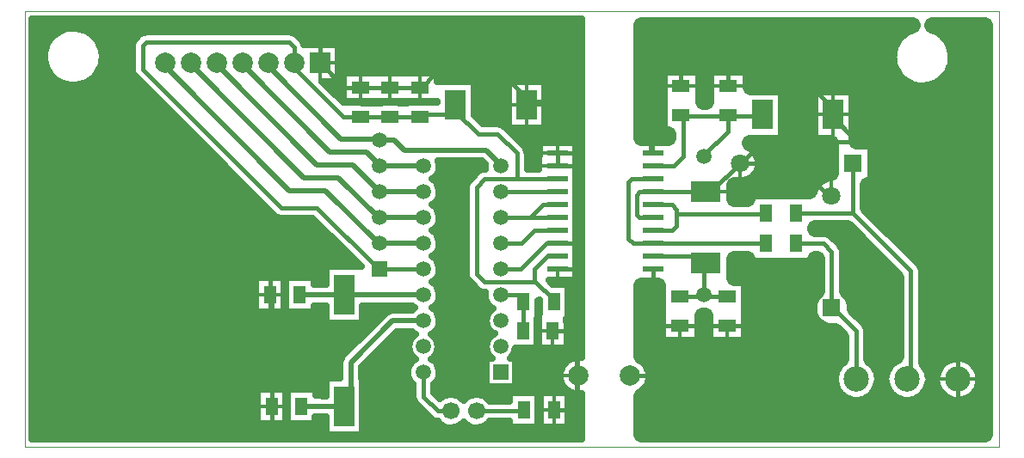
<source format=gbr>
G04 DipTrace 3.0.0.1*
G04 Íèæíèé.gbr*
%MOMM*%
G04 #@! TF.FileFunction,Copper,L2,Bot*
G04 #@! TF.Part,Single*
G04 #@! TA.AperFunction,Conductor*
%ADD13C,0.5*%
%ADD14C,0.4*%
G04 #@! TA.AperFunction,CopperBalancing*
%ADD15C,0.635*%
%ADD16C,0.33*%
%ADD17C,1.6*%
G04 #@! TA.AperFunction,Nonconductor*
%ADD18C,0.1*%
%ADD19R,1.2X1.8*%
%ADD20R,2.0X3.0*%
%ADD21R,1.8X1.2*%
G04 #@! TA.AperFunction,ComponentPad*
%ADD22C,2.0*%
%ADD23R,3.0X2.0*%
G04 #@! TA.AperFunction,ComponentPad*
%ADD24R,1.8X1.8*%
%ADD25C,1.8*%
%ADD26R,2.0X4.0*%
G04 #@! TA.AperFunction,ComponentPad*
%ADD27R,1.52X1.52*%
%ADD28C,1.52*%
%ADD29R,1.5X1.5*%
%ADD30C,1.5*%
%ADD31R,2.0X0.6*%
G04 #@! TA.AperFunction,ComponentPad*
%ADD32C,1.7*%
%ADD33C,2.5*%
%ADD34R,2.0X2.0*%
%ADD35C,2.0*%
%ADD36C,1.5*%
%FSLAX35Y35*%
G04*
G71*
G90*
G75*
G01*
G04 Bottom*
%LPD*%
X4930010Y2238250D2*
D13*
X4628383D1*
X4215633Y1825500D1*
Y1392250D1*
X4152133D1*
X3727760Y1396870D2*
X4147513D1*
X4152133Y1392250D1*
X4930010Y2492250D2*
X4501383D1*
X4152133D1*
X3711883D2*
X4152133D1*
X5914260Y2428750D2*
D14*
Y2460500D1*
X5882510Y2492250D1*
X5692010D1*
X5910010Y2143000D2*
Y2424500D1*
X5914260Y2428750D1*
X5199963Y1349343D2*
X5073193D1*
X4930010Y1492527D1*
Y1730250D1*
X7187637Y2873250D2*
X7643133D1*
X7708133Y2808250D1*
X7454200Y2480630D2*
X7648953D1*
X7692293Y2523970D1*
Y2792410D1*
X7708133Y2808250D1*
X7914500Y2480630D2*
X7454200D1*
X7464200Y4265770D2*
Y4254163D1*
X7924500D1*
Y4265770D1*
X7187637Y3762250D2*
X7390860D1*
X7485940Y3857330D1*
Y4244030D1*
X7464200Y4265770D1*
X7924500D2*
Y4105410D1*
X7692293Y3873203D1*
Y3857330D1*
X7692300Y2492223D2*
X7692293Y2523970D1*
X7924500Y4254163D2*
X8216113D1*
X8231987Y4270037D1*
X8262160D1*
X7708133Y3508250D2*
X7187637D1*
X10184633Y1666750D2*
Y3142803D1*
X9327247Y4000190D1*
X9200260D1*
X8263573D1*
X8057380Y3793997D1*
X8597137D1*
X8920883Y3470250D1*
X8946383D1*
X8597133Y3793997D2*
X8047760D1*
X8041507D1*
X7755760Y3508250D1*
X7708133D1*
X7187637Y3254250D2*
X7057253D1*
X7025613Y3285890D1*
Y3476370D1*
X7057493Y3508250D1*
X7187637D1*
X7914500Y2190630D2*
X7454200D1*
X10184633Y1666750D2*
Y1444810D1*
X10073293Y1333470D1*
X8946287D1*
X8803427Y1476330D1*
Y1698557D1*
Y1984277D1*
X8597073Y2190630D1*
X7914500D1*
X7187637Y2746250D2*
Y2190630D1*
X7454200D1*
X7464200Y4555770D2*
Y4698617D1*
X7924500D1*
Y4555770D1*
X7464200Y4698617D2*
X7168473D1*
Y3908413D1*
X7187637Y3889250D1*
X7924500Y4698617D2*
X8597073D1*
X8962160Y4333530D1*
Y4270037D1*
X8930413D1*
X9200260Y4000190D1*
X8962160Y4270037D2*
D3*
X6962090Y1698557D2*
X8803427D1*
X7187637Y3000250D2*
X8297133D1*
Y3000247D1*
X7187637Y3635250D2*
X6978140D1*
X6946247Y3603357D1*
Y3047790D1*
X6993867Y3000170D1*
X7187557D1*
X7187637Y3000250D1*
Y3381250D2*
X7374757D1*
X7422383Y3333623D1*
Y3295580D1*
Y3174873D1*
X7374760Y3127250D1*
X7187637D1*
X7422383Y3295580D2*
X8290837D1*
X8297133Y3301877D1*
X8597133D2*
X9152527D1*
X9724260Y2730143D1*
Y1666763D1*
X9684670D1*
X9152760Y3793997D2*
X9152527Y3301877D1*
X8597133Y3000247D2*
X8866843D1*
X8946287Y2920803D1*
Y2365350D1*
X8962260Y2349377D1*
X8978130D1*
X9184670Y2142837D1*
Y1666763D1*
X8946383Y2365250D2*
X8946287Y2365350D1*
X6247637Y3254250D2*
X5977760D1*
X5959043D1*
X5692010D1*
X5977760D2*
X6104760Y3381250D1*
X6247637D1*
Y3127250D2*
X6025387D1*
X5898387Y3000250D1*
X5692010D1*
X6247637Y3508250D2*
X5692010D1*
X4930010Y2746250D2*
X4501383D1*
Y2746243D1*
X4898257Y4250120D2*
Y4270250D1*
X5247510D1*
Y4333747D1*
X5231633Y4349623D1*
X5279260Y4397250D1*
X5246010D1*
Y4365500D1*
X4310883Y4250120D2*
X4596633D1*
X4898257D1*
X6247637Y3635250D2*
X5850760D1*
Y3889250D1*
X5660260Y4079750D1*
X5469760D1*
X5246010Y4303500D1*
Y4365500D1*
X4501383Y2746243D2*
X4485517D1*
X3882260Y3349500D1*
X3533007D1*
X2167760Y4714747D1*
Y4952877D1*
X2199510Y4984627D1*
X3612377D1*
X3660010Y4936993D1*
Y4778250D1*
Y4730620D1*
X4140510Y4250120D1*
X4310883D1*
X5850760Y3635250D2*
X5533260D1*
X5453883Y3555873D1*
Y2698627D1*
X5533260Y2619250D1*
X6025383D1*
Y2635127D1*
Y2746250D1*
X6152383Y2873250D1*
X6247637D1*
X6025383Y2635127D2*
X6214260Y2446250D1*
Y2428750D1*
X5453963Y1349343D2*
X5930353D1*
Y1365217D1*
X5916073D1*
X4310883Y4540120D2*
X4596633D1*
X4898257D1*
Y4555997D1*
X4930007D1*
X5025257Y4651247D1*
X5723763D1*
X5977760Y4397250D1*
X5946010Y4365500D1*
X6247637Y3889250D2*
X6438133D1*
Y3762247D1*
Y3000250D1*
X6247637D1*
X6438133D2*
Y2746250D1*
X6247637D1*
Y3762250D2*
Y3889250D1*
Y3000250D2*
X6136510D1*
X5882510Y2746250D1*
X5692010D1*
X5977760Y4397250D2*
X6438300D1*
Y3889250D1*
X3437760Y1396870D2*
Y2492250D1*
X3421883D1*
X4310883Y4540120D2*
X4152140D1*
X3914010Y4778250D1*
X3421883Y2492250D2*
Y3254250D1*
X2009010Y4667123D1*
Y5016377D1*
X2088383Y5095750D1*
X3850510D1*
X3914010Y5032250D1*
Y4778250D1*
X6438133Y2746250D2*
Y2143000D1*
X6200010D1*
X6247637Y3762250D2*
X6438133Y3762247D1*
X6216073Y1365217D2*
X6438133D1*
Y1698557D1*
Y2143000D1*
X3437760Y1396870D2*
Y1063623D1*
X6438300D1*
Y1365217D1*
X6454090Y1698557D2*
X6438133D1*
X4501383Y4016243D2*
D13*
Y4032127D1*
X4120380D1*
X3406010Y4746497D1*
Y4778250D1*
X5692010Y3762250D2*
Y3778123D1*
X5549137Y3920997D1*
X4739510D1*
X4644263Y4016243D1*
X4501383D1*
Y3762243D2*
Y3778127D1*
X4374383Y3905127D1*
X4009257D1*
X3152010Y4762373D1*
Y4778250D1*
X4930010Y3762250D2*
X4501383D1*
Y3762243D1*
Y3508243D2*
X4231500Y3778127D1*
X3882253D1*
X2898010Y4762370D1*
Y4778250D1*
X4930010Y3508250D2*
X4501383D1*
Y3508243D1*
Y3254243D2*
X4485513D1*
X4088633Y3651123D1*
X3755260D1*
X2644010Y4762373D1*
Y4778250D1*
X4930010Y3254250D2*
X4501383D1*
Y3254243D1*
Y3000243D2*
X4485517D1*
X3961637Y3524123D1*
X3612383D1*
X2390010Y4746497D1*
Y4778250D1*
X4930010Y3000250D2*
X4501383D1*
Y3000243D1*
X1087213Y5191353D2*
D15*
X6479950D1*
X1087213Y5128187D2*
X6479950D1*
X1087213Y5065020D2*
X1306687D1*
X1663673D2*
X2135163D1*
X3676823D2*
X6479950D1*
X1087213Y5001853D2*
X1246163D1*
X1723207D2*
X2074637D1*
X3741313D2*
X6479950D1*
X1087213Y4938687D2*
X1213420D1*
X1755947D2*
X2061740D1*
X4099493D2*
X6479950D1*
X1087213Y4875520D2*
X1198537D1*
X1771823D2*
X2061740D1*
X4099493D2*
X6479950D1*
X1087213Y4812353D2*
X1198537D1*
X1771823D2*
X2061740D1*
X4099493D2*
X6479950D1*
X1087213Y4749187D2*
X1212427D1*
X1757933D2*
X2061740D1*
X4099493D2*
X6479950D1*
X1087213Y4686020D2*
X1243187D1*
X1726183D2*
X2066700D1*
X4099493D2*
X6479950D1*
X1087213Y4622853D2*
X1300733D1*
X1669627D2*
X2113333D1*
X4099493D2*
X4134550D1*
X5073823D2*
X6479950D1*
X1087213Y4559687D2*
X2175840D1*
X3977457D2*
X4135413D1*
X5432003D2*
X5760613D1*
X6131493D2*
X6479950D1*
X1087213Y4496520D2*
X2239340D1*
X4040957D2*
X4135413D1*
X5432003D2*
X5760613D1*
X6131493D2*
X6479950D1*
X1087213Y4433353D2*
X2302840D1*
X5432003D2*
X5760613D1*
X6131493D2*
X6479950D1*
X1087213Y4370187D2*
X2365350D1*
X5432003D2*
X5760613D1*
X6131493D2*
X6479950D1*
X1087213Y4307020D2*
X2428850D1*
X5432003D2*
X5760613D1*
X6131493D2*
X6479950D1*
X1087213Y4243853D2*
X2492350D1*
X5452837D2*
X5760613D1*
X6131493D2*
X6479950D1*
X1087213Y4180687D2*
X2554857D1*
X5515347D2*
X5760613D1*
X6131493D2*
X6479950D1*
X1087213Y4117520D2*
X2618357D1*
X5769347D2*
X6479950D1*
X1087213Y4054353D2*
X2681857D1*
X5832847D2*
X6479950D1*
X1087213Y3991187D2*
X2744363D1*
X5895353D2*
X6062240D1*
X6433120D2*
X6479950D1*
X1087213Y3928020D2*
X2807863D1*
X5948933D2*
X6062240D1*
X6433120D2*
X6479950D1*
X1087213Y3864853D2*
X2871363D1*
X5955877D2*
X6062240D1*
X6433120D2*
X6479950D1*
X1087213Y3801687D2*
X2933873D1*
X5085730D2*
X5514553D1*
X5955877D2*
X6062240D1*
X6433120D2*
X6479950D1*
X1087213Y3738520D2*
X2997373D1*
X5088707D2*
X5533403D1*
X5955877D2*
X6062240D1*
X6433120D2*
X6479950D1*
X1087213Y3675353D2*
X3060873D1*
X5063900D2*
X5426247D1*
X6433120D2*
X6479950D1*
X1087213Y3612187D2*
X3123380D1*
X5050010D2*
X5365723D1*
X6433120D2*
X6479950D1*
X1087213Y3549020D2*
X3186880D1*
X5084737D2*
X5347863D1*
X6433120D2*
X6479950D1*
X1087213Y3485853D2*
X3250380D1*
X5088707D2*
X5347863D1*
X6433120D2*
X6479950D1*
X1087213Y3422687D2*
X3312887D1*
X5064893D2*
X5347863D1*
X6433120D2*
X6479950D1*
X1087213Y3359520D2*
X3376387D1*
X5049017D2*
X5347863D1*
X6433120D2*
X6479950D1*
X1087213Y3296353D2*
X3439887D1*
X5084737D2*
X5347863D1*
X6433120D2*
X6479950D1*
X1087213Y3233187D2*
X3851647D1*
X5088707D2*
X5347863D1*
X6433120D2*
X6479950D1*
X1087213Y3170020D2*
X3915147D1*
X5065887D2*
X5347863D1*
X6433120D2*
X6479950D1*
X1087213Y3106853D2*
X3978647D1*
X5048027D2*
X5347863D1*
X6433120D2*
X6479950D1*
X1087213Y3043687D2*
X4041153D1*
X5084737D2*
X5347863D1*
X6433120D2*
X6479950D1*
X1087213Y2980520D2*
X4104653D1*
X5089697D2*
X5347863D1*
X6433120D2*
X6479950D1*
X1087213Y2917353D2*
X4168153D1*
X5066877D2*
X5347863D1*
X6433120D2*
X6479950D1*
X1087213Y2854187D2*
X4230663D1*
X5047033D2*
X5347863D1*
X6433120D2*
X6479950D1*
X1087213Y2791020D2*
X4294163D1*
X5083743D2*
X5347863D1*
X6433120D2*
X6479950D1*
X1087213Y2727853D2*
X3966740D1*
X5089697D2*
X5347863D1*
X6433120D2*
X6479950D1*
X1087213Y2664687D2*
X3966740D1*
X5066877D2*
X5353817D1*
X6433120D2*
X6479950D1*
X1087213Y2601520D2*
X3276177D1*
X3857400D2*
X3966740D1*
X5045050D2*
X5404420D1*
X6205910D2*
X6479950D1*
X1087213Y2538353D2*
X3276177D1*
X5083743D2*
X5468913D1*
X6359697D2*
X6479950D1*
X1087213Y2475187D2*
X3276177D1*
X5089697D2*
X5532413D1*
X6359697D2*
X6479950D1*
X1087213Y2412020D2*
X3276177D1*
X5067870D2*
X5554240D1*
X6359697D2*
X6479950D1*
X1087213Y2348853D2*
X3276177D1*
X3857400D2*
X3966740D1*
X4337620D2*
X4816053D1*
X5044057D2*
X5595913D1*
X6359697D2*
X6479950D1*
X1087213Y2285687D2*
X3966740D1*
X4337620D2*
X4522363D1*
X5082753D2*
X5551263D1*
X6359697D2*
X6479950D1*
X1087213Y2222520D2*
X3966740D1*
X4337620D2*
X4458863D1*
X5089697D2*
X5544317D1*
X6345807D2*
X6479950D1*
X1087213Y2159353D2*
X4395363D1*
X5068863D2*
X5567137D1*
X6345807D2*
X6479950D1*
X1087213Y2096187D2*
X4332857D1*
X4640237D2*
X4835897D1*
X5024213D2*
X5597897D1*
X6345807D2*
X6479950D1*
X1087213Y2033020D2*
X4269357D1*
X4576737D2*
X4790257D1*
X5069853D2*
X5552257D1*
X6345807D2*
X6479950D1*
X1087213Y1969853D2*
X4205857D1*
X4514230D2*
X4782317D1*
X5077790D2*
X5544317D1*
X5839790D2*
X6479950D1*
X1087213Y1906687D2*
X4143350D1*
X4450730D2*
X4804147D1*
X5055963D2*
X5566147D1*
X5817963D2*
X6479950D1*
X1087213Y1843520D2*
X4106637D1*
X4387230D2*
X4819030D1*
X5041080D2*
X5543327D1*
X5840783D2*
X6342037D1*
X1087213Y1780353D2*
X4104653D1*
X4326707D2*
X4777357D1*
X5081760D2*
X5543327D1*
X5840783D2*
X6288460D1*
X1087213Y1717187D2*
X4104653D1*
X4326707D2*
X4770413D1*
X5089697D2*
X5543327D1*
X5840783D2*
X6269607D1*
X1087213Y1654020D2*
X3966740D1*
X4337620D2*
X4789263D1*
X5070847D2*
X5543327D1*
X5840783D2*
X6274567D1*
X1087213Y1590853D2*
X3966740D1*
X4337620D2*
X4823990D1*
X5035127D2*
X5543327D1*
X5840783D2*
X6304333D1*
X1087213Y1527687D2*
X3292053D1*
X3873277D2*
X3966740D1*
X4337620D2*
X4823990D1*
X5041080D2*
X5770537D1*
X6361683D2*
X6393630D1*
X1087213Y1464520D2*
X3292053D1*
X4337620D2*
X4827960D1*
X5577853D2*
X5770537D1*
X6361683D2*
X6479950D1*
X1087213Y1401353D2*
X3292053D1*
X4337620D2*
X4874590D1*
X6361683D2*
X6479950D1*
X1087213Y1338187D2*
X3292053D1*
X4337620D2*
X4938090D1*
X6361683D2*
X6479950D1*
X1087213Y1275020D2*
X3292053D1*
X3873277D2*
X3966740D1*
X4337620D2*
X5000600D1*
X6361683D2*
X6479950D1*
X1087213Y1211853D2*
X3966740D1*
X4337620D2*
X5103787D1*
X5296073D2*
X5357787D1*
X5550073D2*
X5770537D1*
X6361683D2*
X6479950D1*
X1087213Y1148687D2*
X3966740D1*
X4337620D2*
X6479950D1*
X1087213Y1085520D2*
X6479950D1*
X6067070Y2312290D2*
X6074810D1*
X6074970Y2445000D1*
X6053550Y2439290D1*
Y2259460D1*
X6048590D1*
X6049300Y2026540D1*
Y1973710D1*
X5833997D1*
X5830773Y1952763D1*
X5820363Y1922837D1*
X5803593Y1895957D1*
X5780453Y1872920D1*
X5834300Y1872540D1*
Y1587960D1*
X5549720D1*
Y1872540D1*
X5604290D1*
X5582007Y1893997D1*
X5564763Y1920577D1*
X5553827Y1950313D1*
X5549743Y1981733D1*
X5552713Y2013277D1*
X5562590Y2043383D1*
X5578883Y2070557D1*
X5600787Y2093450D1*
X5628140Y2111280D1*
X5604707Y2125890D1*
X5582007Y2147997D1*
X5564763Y2174577D1*
X5553827Y2204313D1*
X5549743Y2235733D1*
X5552713Y2267277D1*
X5562590Y2297383D1*
X5578883Y2324557D1*
X5600787Y2347450D1*
X5616477Y2357830D1*
X5593467Y2373530D1*
X5571287Y2396170D1*
X5554203Y2422863D1*
X5542933Y2452487D1*
X5537953Y2483787D1*
X5540717Y2520240D1*
X5502047Y2524993D1*
X5473313Y2540290D1*
X5463050Y2549040D1*
X5383673Y2628417D1*
X5365163Y2654047D1*
X5355660Y2685183D1*
X5354593Y2698627D1*
Y3555873D1*
X5359627Y3587087D1*
X5374923Y3615820D1*
X5383673Y3626083D1*
X5463050Y3705460D1*
X5488680Y3723970D1*
X5519817Y3733473D1*
X5533260Y3734540D1*
X5540207D1*
X5537953Y3753787D1*
X5539330Y3782477D1*
X5505310Y3817333D1*
X5073880Y3816707D1*
X5083373Y3779150D1*
X5084300Y3762250D1*
X5081043Y3730723D1*
X5071417Y3700527D1*
X5055820Y3672937D1*
X5034917Y3649113D1*
X5016710Y3635423D1*
X5045283Y3610807D1*
X5063807Y3585090D1*
X5076683Y3556130D1*
X5083373Y3525150D1*
X5084300Y3508250D1*
X5081043Y3476723D1*
X5071417Y3446527D1*
X5055820Y3418937D1*
X5034917Y3395113D1*
X5016710Y3381423D1*
X5045283Y3356807D1*
X5063807Y3331090D1*
X5076683Y3302130D1*
X5083373Y3271150D1*
X5084300Y3254250D1*
X5081043Y3222723D1*
X5071417Y3192527D1*
X5055820Y3164937D1*
X5034917Y3141113D1*
X5016710Y3127423D1*
X5045283Y3102807D1*
X5063807Y3077090D1*
X5076683Y3048130D1*
X5083373Y3017150D1*
X5084300Y3000250D1*
X5081043Y2968723D1*
X5071417Y2938527D1*
X5055820Y2910937D1*
X5034917Y2887113D1*
X5016710Y2873423D1*
X5045283Y2848807D1*
X5063807Y2823090D1*
X5076683Y2794130D1*
X5083373Y2763150D1*
X5084300Y2746250D1*
X5081043Y2714723D1*
X5071417Y2684527D1*
X5055820Y2656937D1*
X5034917Y2633113D1*
X5016710Y2619423D1*
X5045283Y2594807D1*
X5063807Y2569090D1*
X5076683Y2540130D1*
X5083373Y2509150D1*
X5084300Y2492250D1*
X5081043Y2460723D1*
X5071417Y2430527D1*
X5055820Y2402937D1*
X5034917Y2379113D1*
X5016710Y2365423D1*
X5045283Y2340807D1*
X5063807Y2315090D1*
X5076683Y2286130D1*
X5083373Y2255150D1*
X5084300Y2238250D1*
X5081043Y2206723D1*
X5071417Y2176527D1*
X5055820Y2148937D1*
X5034917Y2125113D1*
X5006897Y2104800D1*
X5038400Y2076437D1*
X5056110Y2050167D1*
X5067573Y2020627D1*
X5072300Y1984250D1*
X5068773Y1952763D1*
X5058363Y1922837D1*
X5041593Y1895957D1*
X5019287Y1873453D1*
X5005087Y1864417D1*
X5021893Y1854197D1*
X5045283Y1832807D1*
X5063807Y1807090D1*
X5076683Y1778130D1*
X5083373Y1747150D1*
X5084300Y1730250D1*
X5081043Y1698723D1*
X5071417Y1668527D1*
X5055820Y1640937D1*
X5029377Y1612947D1*
X5029300Y1532803D1*
X5090723Y1472230D1*
X5127080Y1496500D1*
X5156700Y1507790D1*
X5187940Y1513180D1*
X5219633Y1512470D1*
X5250600Y1505690D1*
X5279687Y1493083D1*
X5305810Y1475130D1*
X5327307Y1453197D1*
X5354177Y1479730D1*
X5381080Y1496500D1*
X5410700Y1507790D1*
X5441940Y1513180D1*
X5473633Y1512470D1*
X5504600Y1505690D1*
X5533687Y1493083D1*
X5559810Y1475130D1*
X5584723Y1448353D1*
X5776590Y1448633D1*
X5776783Y1534507D1*
X6055363D1*
Y1195927D1*
X5776783D1*
Y1250497D1*
X5584080Y1250053D1*
X5571727Y1234620D1*
X5547503Y1214170D1*
X5519803Y1198753D1*
X5489660Y1188943D1*
X5458193Y1185103D1*
X5426573Y1187380D1*
X5395980Y1195687D1*
X5367553Y1209713D1*
X5342347Y1228940D1*
X5327223Y1245983D1*
X5317727Y1234620D1*
X5293503Y1214170D1*
X5265803Y1198753D1*
X5235660Y1188943D1*
X5204193Y1185103D1*
X5172573Y1187380D1*
X5141980Y1195687D1*
X5113553Y1209713D1*
X5088347Y1228940D1*
X5069277Y1250427D1*
X5053277Y1252070D1*
X5023710Y1263263D1*
X5002983Y1279133D1*
X4859800Y1422317D1*
X4841290Y1447947D1*
X4831787Y1479083D1*
X4830720Y1492527D1*
Y1612580D1*
X4809287Y1634170D1*
X4792203Y1660863D1*
X4780933Y1690487D1*
X4775953Y1721787D1*
X4777473Y1753447D1*
X4785430Y1784123D1*
X4799490Y1812530D1*
X4819057Y1837463D1*
X4843303Y1857873D1*
X4854640Y1863977D1*
X4842707Y1871890D1*
X4820007Y1893997D1*
X4802763Y1920577D1*
X4791827Y1950313D1*
X4787743Y1981733D1*
X4790713Y2013277D1*
X4800590Y2043383D1*
X4816883Y2070557D1*
X4838787Y2093450D1*
X4854477Y2103830D1*
X4831467Y2119530D1*
X4816910Y2134387D1*
X4671050Y2133960D1*
X4319767Y1782143D1*
X4319923Y1671710D1*
X4331423Y1671540D1*
Y1112960D1*
X3972843D1*
Y1292547D1*
X3866723Y1292580D1*
X3867050Y1227580D1*
X3588470D1*
Y1566160D1*
X3867050D1*
Y1501667D1*
X3972830Y1501160D1*
X3972843Y1671540D1*
X4110757D1*
X4111343Y1825500D1*
X4116140Y1856763D1*
X4135080Y1891740D1*
X4554640Y2311993D1*
X4580137Y2330710D1*
X4618263Y2342047D1*
X4815907Y2342540D1*
X4842547Y2365233D1*
X4816910Y2388387D1*
X4331720Y2387960D1*
X4331423Y2212960D1*
X3972843D1*
Y2388577D1*
X3851500Y2387960D1*
X3851173Y2322960D1*
X3572593D1*
Y2661540D1*
X3851173D1*
Y2597047D1*
X3972830Y2596540D1*
X3972843Y2771540D1*
X4319117D1*
X3840713Y3250630D1*
X3533007Y3250210D1*
X3501793Y3255243D1*
X3473060Y3270540D1*
X3462797Y3279290D1*
X2097550Y4644537D1*
X2079040Y4670167D1*
X2069537Y4701303D1*
X2068470Y4714747D1*
Y4952877D1*
X2073503Y4984090D1*
X2089237Y5013647D1*
X2129300Y5054837D1*
X2153317Y5072517D1*
X2182427Y5082300D1*
X2199510Y5083917D1*
X3612377D1*
X3643590Y5078883D1*
X3672323Y5063587D1*
X3682587Y5054837D1*
X3730220Y5007203D1*
X3749027Y4980630D1*
X3742877Y4991690D1*
X3755977Y4962060D1*
X3760120Y4957540D1*
X4093300D1*
Y4598960D1*
X3932273Y4598773D1*
X4141593Y4389410D1*
X4480173Y4388417D1*
X4586093Y4389410D1*
X4765923Y4388417D1*
X4792467Y4389410D1*
X5066720Y4390210D1*
Y4401123D1*
X4562723Y4400830D1*
X4141593D1*
Y4679410D1*
X5067547D1*
Y4594677D1*
X5425300Y4594790D1*
Y4264390D1*
X5510557Y4179370D1*
X5660260Y4179040D1*
X5691473Y4174007D1*
X5720207Y4158710D1*
X5730470Y4149960D1*
X5920970Y3959460D1*
X5939480Y3933830D1*
X5948983Y3902693D1*
X5950050Y3889250D1*
Y3735460D1*
X6068050Y3734540D1*
X6068347Y3970460D1*
Y3998540D1*
X6426927D1*
Y3525960D1*
Y3398960D1*
Y3271960D1*
Y3144960D1*
Y3017960D1*
Y2763960D1*
Y2636960D1*
X6163997D1*
X6202933Y2597993D1*
X6353550Y2598040D1*
Y2259460D1*
X6338667D1*
X6339300Y2172590D1*
Y1973710D1*
X6060720D1*
Y2312290D1*
X6067070D1*
X3288943Y2661540D2*
X3561173D1*
Y2322960D1*
X3282593D1*
Y2661540D1*
X3288943D1*
X5773070Y4594790D2*
X6125300D1*
Y4136210D1*
X5766720D1*
Y4594790D1*
X5773070D1*
X3304820Y1566160D2*
X3577050D1*
Y1227580D1*
X3298470D1*
Y1566160D1*
X3304820D1*
X6083133Y1534507D2*
X6355363D1*
Y1195927D1*
X6076783D1*
Y1534507D1*
X6083133D1*
X6485797Y1522103D2*
X6450053Y1519313D1*
X6418540Y1522843D1*
X6388143Y1531870D1*
X6359810Y1546107D1*
X6334430Y1565113D1*
X6312797Y1588297D1*
X6295583Y1614927D1*
X6283330Y1644170D1*
X6276423Y1675117D1*
X6275073Y1706797D1*
X6279327Y1738220D1*
X6289047Y1768400D1*
X6303933Y1796397D1*
X6323520Y1821333D1*
X6347190Y1842430D1*
X6374210Y1859027D1*
X6403730Y1870603D1*
X6434827Y1876800D1*
X6466530Y1877420D1*
X6486013Y1874987D1*
X6485917Y5214137D1*
X1081313Y5213960D1*
X1081173Y1072430D1*
X6486750Y1072290D1*
X6485947Y1387270D1*
Y1521217D1*
X1765383Y4810067D2*
X1760050Y4778783D1*
X1751237Y4748300D1*
X1739057Y4718997D1*
X1723663Y4691247D1*
X1705250Y4665403D1*
X1684050Y4641790D1*
X1660330Y4620710D1*
X1634397Y4602423D1*
X1606570Y4587167D1*
X1577207Y4575133D1*
X1546680Y4566473D1*
X1515370Y4561297D1*
X1483680Y4559670D1*
X1452007Y4561613D1*
X1420750Y4567100D1*
X1390310Y4576063D1*
X1361067Y4588390D1*
X1333397Y4603923D1*
X1307643Y4622463D1*
X1284137Y4643783D1*
X1263173Y4667603D1*
X1245017Y4693630D1*
X1229900Y4721533D1*
X1218013Y4750953D1*
X1209503Y4781527D1*
X1204483Y4812860D1*
X1203013Y4844560D1*
X1205113Y4876223D1*
X1210757Y4907450D1*
X1219873Y4937847D1*
X1232343Y4967027D1*
X1248013Y4994620D1*
X1266683Y5020280D1*
X1288120Y5043680D1*
X1312047Y5064527D1*
X1338163Y5082550D1*
X1366137Y5097530D1*
X1395620Y5109270D1*
X1426233Y5117627D1*
X1457590Y5122490D1*
X1489297Y5123803D1*
X1520950Y5121543D1*
X1552150Y5115747D1*
X1582500Y5106480D1*
X1611617Y5093863D1*
X1639133Y5078053D1*
X1664700Y5059257D1*
X1687993Y5037707D1*
X1708717Y5013677D1*
X1726613Y4987470D1*
X1741450Y4959420D1*
X1753047Y4929880D1*
X1761250Y4899227D1*
X1767167Y4841750D1*
X1765383Y4810067D1*
X6200010Y2143000D2*
D16*
Y1973833D1*
X6060843Y2143000D2*
X6339177D1*
X3421883Y2661417D2*
Y2323083D1*
X3282717Y2492250D2*
X3561050D1*
X5946010Y4594667D2*
Y4136333D1*
X5766843Y4365500D2*
X6125177D1*
X4898257Y4679287D2*
Y4400953D1*
X3437760Y1566037D2*
Y1227703D1*
X3298593Y1396870D2*
X3576927D1*
X4596633Y4679287D2*
Y4400953D1*
X4310883Y4679287D2*
Y4400953D1*
X4141717Y4540120D2*
X4310883D1*
X6216073Y1534383D2*
Y1196050D1*
X6076907Y1365217D2*
X6355240D1*
X6247637Y2746250D2*
Y2637083D1*
Y2746250D2*
X6426803D1*
X6247637Y3000250D2*
X6426803D1*
X6068470Y3762250D2*
X6426803D1*
X6247637Y3998417D2*
Y3889250D1*
X6068470D2*
X6426803D1*
X3914010Y4957417D2*
Y4599083D1*
Y4778250D2*
X4093177D1*
X6454173Y1877723D2*
Y1519390D1*
X6275007Y1698557D2*
X6454173D1*
X7089867Y4998643D2*
D17*
X9529220D1*
X10142470D2*
X10437553D1*
X7089867Y4838977D2*
X9488597D1*
X10182053D2*
X10437553D1*
X7089867Y4679310D2*
X7230263D1*
X8159137D2*
X9531303D1*
X10139347D2*
X10437553D1*
X7089867Y4519643D2*
X7230263D1*
X8506013D2*
X8717763D1*
X9206013D2*
X9745887D1*
X9924763D2*
X10437553D1*
X7089867Y4359977D2*
X7230263D1*
X8506013D2*
X8717763D1*
X9206013D2*
X10437553D1*
X7089867Y4200310D2*
X7230263D1*
X8506013D2*
X8717763D1*
X9206013D2*
X10437553D1*
X8506013Y4040643D2*
X8717763D1*
X9206013D2*
X10437553D1*
X8264347Y3880977D2*
X8918803D1*
X9387263D2*
X10437553D1*
X8269553Y3721310D2*
X8918803D1*
X9387263D2*
X10437553D1*
X8002887Y3561643D2*
X8720887D1*
X9316430D2*
X10437553D1*
X9316430Y3401977D2*
X10437553D1*
X9437263Y3242310D2*
X10437553D1*
X9010180Y3082643D2*
X9145887D1*
X9597680D2*
X10437553D1*
X9110180Y2922977D2*
X9305263D1*
X9757053D2*
X10437553D1*
X8002887Y2763310D2*
X8782347D1*
X9110180D2*
X9465680D1*
X9885180D2*
X10437553D1*
X8148720Y2603643D2*
X8782347D1*
X9110180D2*
X9560470D1*
X9888303D2*
X10437553D1*
X7089867Y2443977D2*
X7219847D1*
X8148720D2*
X8715680D1*
X9176847D2*
X9560470D1*
X9888303D2*
X10437553D1*
X7089867Y2284310D2*
X7219847D1*
X8148720D2*
X8716720D1*
X9268513D2*
X9560470D1*
X9888303D2*
X10437553D1*
X7089867Y2124643D2*
X7219847D1*
X8148720D2*
X8977137D1*
X9348720D2*
X9560470D1*
X9888303D2*
X10437553D1*
X7089867Y1964977D2*
X9020887D1*
X9348720D2*
X9560470D1*
X9888303D2*
X10437553D1*
X7179970Y1805310D2*
X8956303D1*
X7199763Y1645643D2*
X8916720D1*
X7089867Y1485977D2*
X8991720D1*
X9377887D2*
X9491720D1*
X9877887D2*
X9991720D1*
X7089867Y1326310D2*
X10437553D1*
X7089867Y1166643D2*
X10437553D1*
X7672500Y2289973D2*
Y2002330D1*
X7235900D1*
Y2587123D1*
X7169270Y2587950D1*
X7073647D1*
X7073867Y1897683D1*
X7107470Y1874653D1*
X7131543Y1851640D1*
X7152013Y1825370D1*
X7168443Y1796400D1*
X7180483Y1765350D1*
X7187880Y1732877D1*
X7190473Y1698557D1*
X7188043Y1665340D1*
X7180810Y1632833D1*
X7168920Y1601723D1*
X7152633Y1572673D1*
X7132290Y1546303D1*
X7108330Y1523173D1*
X7072933Y1499487D1*
X7073867Y1271643D1*
Y1120600D1*
X7275550Y1121300D1*
X10453677D1*
X10453620Y5157917D1*
X9930493Y5158310D1*
X9974267Y5141470D1*
X10003753Y5125953D1*
X10031527Y5107547D1*
X10057307Y5086437D1*
X10080827Y5062833D1*
X10101847Y5036983D1*
X10120160Y5009150D1*
X10135573Y4979610D1*
X10147937Y4948667D1*
X10157117Y4916640D1*
X10163023Y4883847D1*
X10165717Y4841750D1*
X10164037Y4808473D1*
X10159013Y4775533D1*
X10150697Y4743270D1*
X10139170Y4712007D1*
X10124557Y4682067D1*
X10107000Y4653747D1*
X10086677Y4627340D1*
X10063800Y4603117D1*
X10038600Y4581320D1*
X10011330Y4562173D1*
X9982273Y4545873D1*
X9951720Y4532580D1*
X9919983Y4522433D1*
X9887387Y4515537D1*
X9854260Y4511957D1*
X9820940Y4511733D1*
X9787770Y4514867D1*
X9755083Y4521327D1*
X9723213Y4531043D1*
X9692483Y4543927D1*
X9663207Y4559837D1*
X9635683Y4578613D1*
X9610193Y4600070D1*
X9586993Y4623983D1*
X9566320Y4650113D1*
X9548383Y4678193D1*
X9533367Y4707937D1*
X9521423Y4739043D1*
X9512673Y4771193D1*
X9507207Y4804060D1*
X9505080Y4837310D1*
X9506313Y4870607D1*
X9510893Y4903610D1*
X9518777Y4935983D1*
X9529880Y4967397D1*
X9544090Y4997533D1*
X9561267Y5026087D1*
X9581230Y5052763D1*
X9603780Y5077290D1*
X9628687Y5099423D1*
X9655693Y5118937D1*
X9684530Y5135627D1*
X9741563Y5158250D1*
X7074243Y5158310D1*
X7073867Y4047683D1*
X7337880Y4047550D1*
X7337640Y4077123D1*
X7245900Y4077470D1*
X7246943Y4454070D1*
X7245900Y4467470D1*
Y4744070D1*
X7682500D1*
Y4402613D1*
X7706907Y4402463D1*
X7706200Y4487470D1*
Y4744070D1*
X8142800D1*
Y4548447D1*
X8490460Y4548337D1*
Y3991737D1*
X8142457Y3990687D1*
X8176713Y3970140D1*
X8206647Y3943693D1*
X8231263Y3912237D1*
X8249737Y3876820D1*
X8261447Y3838633D1*
X8266003Y3798950D1*
X8263520Y3760793D1*
X8253857Y3722033D1*
X8237297Y3685687D1*
X8214387Y3652963D1*
X8185900Y3624963D1*
X8152787Y3602623D1*
X8116160Y3586690D1*
X8077240Y3577697D1*
X8037337Y3575947D1*
X7997780Y3581497D1*
X7986433Y3583217D1*
Y3443843D1*
X8108840Y3443880D1*
X8108833Y3520177D1*
X8485433Y3519133D1*
X8508833Y3520177D1*
X8724457D1*
X8730653Y3544957D1*
X8746977Y3581417D1*
X8769407Y3614473D1*
X8797257Y3643117D1*
X8829673Y3666463D1*
X8865663Y3683803D1*
X8904123Y3694603D1*
X8934510Y3698217D1*
X8934460Y3991323D1*
X8733860Y3991737D1*
Y4548337D1*
X9190460D1*
Y4012297D1*
X9371060D1*
Y3575697D1*
X9301270D1*
X9300857Y3363717D1*
X9829123Y2835007D1*
X9849860Y2808997D1*
X9864273Y2779020D1*
X9871643Y2745543D1*
X9872560Y2563477D1*
Y1837437D1*
X9907813Y1786633D1*
X9921610Y1756317D1*
X9934543Y1704937D1*
X9941193Y1736730D1*
X9955227Y1774143D1*
X9974970Y1808883D1*
X9999930Y1840087D1*
X10029487Y1866977D1*
X10062903Y1888883D1*
X10099350Y1905263D1*
X10137920Y1915707D1*
X10177653Y1919953D1*
X10217560Y1917900D1*
X10256643Y1909597D1*
X10293940Y1895253D1*
X10328513Y1875220D1*
X10359507Y1850000D1*
X10386150Y1820217D1*
X10407777Y1786620D1*
X10423850Y1750037D1*
X10433970Y1711380D1*
X10437887Y1671613D1*
X10435743Y1633513D1*
X10427393Y1594437D1*
X10413000Y1557160D1*
X10392923Y1522610D1*
X10367663Y1491650D1*
X10337850Y1465043D1*
X10304223Y1443460D1*
X10267620Y1427430D1*
X10228953Y1417357D1*
X10189183Y1413490D1*
X10149300Y1415927D1*
X10110293Y1424603D1*
X10073140Y1439307D1*
X10038760Y1459673D1*
X10008010Y1485190D1*
X9981653Y1515223D1*
X9960350Y1549030D1*
X9944630Y1585767D1*
X9934653Y1625957D1*
X9929247Y1600863D1*
X9918487Y1569340D1*
X9903680Y1539503D1*
X9885087Y1511867D1*
X9863030Y1486907D1*
X9837887Y1465057D1*
X9810097Y1446697D1*
X9780133Y1432140D1*
X9748523Y1421643D1*
X9715807Y1415383D1*
X9682553Y1413473D1*
X9649337Y1415940D1*
X9616727Y1422747D1*
X9585297Y1433770D1*
X9555583Y1448823D1*
X9528103Y1467647D1*
X9503327Y1489913D1*
X9481690Y1515237D1*
X9463563Y1543180D1*
X9449260Y1573263D1*
X9439027Y1604960D1*
X9434723Y1628513D1*
X9429247Y1600863D1*
X9418487Y1569340D1*
X9403680Y1539503D1*
X9385087Y1511867D1*
X9363030Y1486907D1*
X9337887Y1465057D1*
X9310097Y1446697D1*
X9280133Y1432140D1*
X9248523Y1421643D1*
X9215807Y1415383D1*
X9182553Y1413473D1*
X9149337Y1415940D1*
X9116727Y1422747D1*
X9085297Y1433770D1*
X9055583Y1448823D1*
X9028103Y1467647D1*
X9003327Y1489913D1*
X8981690Y1515237D1*
X8963563Y1543180D1*
X8949260Y1573263D1*
X8939027Y1604960D1*
X8933040Y1637730D1*
X8931407Y1670997D1*
X8934150Y1704193D1*
X8941230Y1736743D1*
X8952517Y1768080D1*
X8967817Y1797667D1*
X8986870Y1824990D1*
X9009340Y1849577D1*
X9035723Y1871560D1*
X9036370Y2082387D1*
X8978897Y2138883D1*
X8938330Y2137093D1*
X8905223Y2140690D1*
X8872990Y2149070D1*
X8842320Y2162047D1*
X8813863Y2179350D1*
X8788227Y2200607D1*
X8765957Y2225370D1*
X8747523Y2253107D1*
X8733323Y2283233D1*
X8723660Y2315103D1*
X8718733Y2348040D1*
X8718650Y2381343D1*
X8723417Y2414307D1*
X8732927Y2446223D1*
X8746977Y2476417D1*
X8765273Y2504247D1*
X8797793Y2537803D1*
X8797987Y2851807D1*
X8785433Y2851880D1*
Y2781947D1*
X8408833Y2782990D1*
X8385433Y2781947D1*
X8108833D1*
Y2851740D1*
X7985673Y2851950D1*
X7986433Y2668840D1*
X8132800Y2668930D1*
X8131757Y2292330D1*
X8132800Y2278930D1*
Y2002330D1*
X7696200D1*
Y2288787D1*
X7673177Y2290187D1*
X9093937Y2539190D2*
X9115753Y2518333D1*
X9136223Y2492063D1*
X9152653Y2463093D1*
X9164693Y2432043D1*
X9172090Y2399570D1*
X9174457Y2362137D1*
X9289533Y2247700D1*
X9310270Y2221690D1*
X9324683Y2191713D1*
X9332053Y2158237D1*
X9332970Y1976170D1*
Y1873043D1*
X9368943Y1840557D1*
X9390153Y1814877D1*
X9407813Y1786633D1*
X9421610Y1756317D1*
X9434543Y1704937D1*
X9441230Y1736743D1*
X9452517Y1768080D1*
X9467817Y1797667D1*
X9486870Y1824990D1*
X9509340Y1849577D1*
X9534847Y1871003D1*
X9575210Y1894603D1*
X9575960Y2066763D1*
Y2667803D1*
X9383693Y2860980D1*
X9091277Y3153400D1*
X8785433Y3153510D1*
Y3148753D1*
X8866843Y3148547D1*
X8899897Y3144817D1*
X8931287Y3133813D1*
X8960170Y3115353D1*
X9051150Y3025667D1*
X9071887Y2999657D1*
X9086300Y2969680D1*
X9093670Y2936203D1*
X9094587Y2754137D1*
Y2538513D1*
X7454200Y2190630D2*
D16*
Y2002460D1*
X7236030Y2190630D2*
X7672370D1*
X7914500D2*
Y2002460D1*
X7696330Y2190630D2*
X8132670D1*
X7708133Y3508250D2*
X7986303D1*
X8047760Y3793997D2*
Y3575827D1*
Y3793997D2*
X8265930D1*
X8946383Y3698420D2*
Y3470250D1*
X7187637Y4047420D2*
Y3889250D1*
Y2746250D2*
Y2588080D1*
X10184633Y1919920D2*
Y1413580D1*
X9931463Y1666750D2*
X10437803D1*
X7464200Y4743940D2*
Y4555770D1*
X7246030D2*
X7682370D1*
X7924500Y4743940D2*
Y4555770D1*
X7706330D2*
X8142670D1*
X8962160Y4548207D2*
Y3991867D1*
X8733990Y4270037D2*
X9190330D1*
X6962173Y1698557D2*
X7190343D1*
D19*
X6200010Y2143000D3*
X5910010D3*
X3421883Y2492250D3*
X3711883D3*
D20*
X5946010Y4365500D3*
X5246010D3*
D21*
X4898257Y4540120D3*
Y4250120D3*
D19*
X3437760Y1396870D3*
X3727760D3*
D21*
X4596633Y4540120D3*
Y4250120D3*
D22*
X6454098Y1698557D3*
X6962098D3*
D21*
X7454200Y2190630D3*
Y2480630D3*
X7914500Y2190630D3*
Y2480630D3*
X4310883Y4540120D3*
Y4250120D3*
X7464200Y4555770D3*
Y4265770D3*
X7924500Y4555770D3*
Y4265770D3*
D23*
X7708133Y3508250D3*
Y2808250D3*
D20*
X8962160Y4270037D3*
X8262160D3*
D24*
X9152760Y3793997D3*
D25*
X8047760D3*
D24*
X8946383Y2365250D3*
D25*
Y3470250D3*
D26*
X4152133Y2492250D3*
Y1392250D3*
D19*
X6216073Y1365217D3*
X5916073D3*
X5914260Y2428750D3*
X6214260D3*
X8597133Y3000247D3*
X8297133D3*
X8597133Y3301877D3*
X8297133D3*
D27*
X4501383Y2746243D3*
D28*
Y3000243D3*
Y3254243D3*
Y3508243D3*
Y3762243D3*
Y4016243D3*
D29*
X5692010Y1730250D3*
D30*
Y1984250D3*
Y2238250D3*
Y2492250D3*
Y2746250D3*
Y3000250D3*
Y3254250D3*
Y3508250D3*
Y3762250D3*
X4930010D3*
Y3508250D3*
Y3254250D3*
Y3000250D3*
Y2746250D3*
Y2492250D3*
Y2238250D3*
Y1984250D3*
Y1730250D3*
D31*
X6247637Y2746250D3*
Y2873250D3*
Y3000250D3*
Y3127250D3*
Y3254250D3*
Y3381250D3*
Y3508250D3*
Y3635250D3*
Y3762250D3*
Y3889250D3*
X7187637D3*
Y3762250D3*
Y3635250D3*
Y3508250D3*
Y3381250D3*
Y3254250D3*
Y3127250D3*
Y3000250D3*
Y2873250D3*
Y2746250D3*
D32*
X5453972Y1349343D3*
X5199972D3*
D33*
X10184633Y1666750D3*
X9684670Y1666763D3*
X9184670D3*
D34*
X3914010Y4778250D3*
D35*
X3660010D3*
X3406010D3*
X3152010D3*
X2898010D3*
X2644010D3*
X2390010D3*
D36*
X7692293Y3857330D3*
X7692300Y2492223D3*
X1008883Y5286250D2*
D18*
X10597383D1*
Y1000000D1*
X1008883D1*
Y5286250D1*
M02*

</source>
